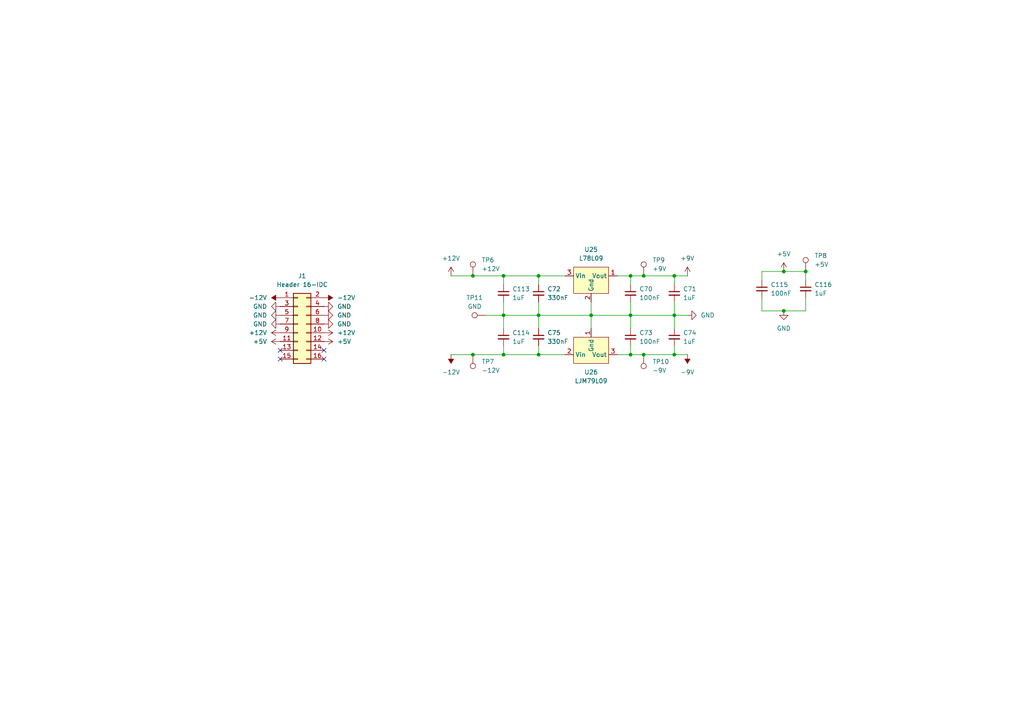
<source format=kicad_sch>
(kicad_sch (version 20250114) (generator "eeschema") (generator_version "9.0")
  (paper "A4")
  (title_block (title "Solid State Scanner Vibrato") (date "2024-10-27") (company "Osprey Instruments"))
  (lib_symbols
    (symbol "Connector:TestPoint" (pin_numbers (hide yes)) (pin_names (offset 0.762) (hide yes))
      (property "Reference" "TP" (at 0 6.858 0))
      (property "Value" "TestPoint" (at 0 5.08 0))
      (symbol "TestPoint_0_1"
        (circle (center 0 3.302) (radius 0.762))
      )
      (symbol "TestPoint_1_1"
        (pin passive line (at 0 0 90) (length 2.54) (name "1") (number "1"))
      )
    )
    (symbol "Connector_Generic:Conn_02x08_Odd_Even" (pin_names (offset 1.016) (hide yes))
      (property "Reference" "J" (at 1.27 10.16 0))
      (property "Value" "Conn_02x08_Odd_Even" (at 1.27 -12.7 0))
      (symbol "Conn_02x08_Odd_Even_1_1"
        (rectangle (start -1.27 8.89) (end 3.81 -11.43) (stroke (width 0.254)) (fill (type background)))
        (rectangle (start -1.27 7.747) (end 0 7.493) (stroke (width 0.1524)))
        (rectangle (start -1.27 5.207) (end 0 4.953) (stroke (width 0.1524)))
        (rectangle (start -1.27 2.667) (end 0 2.413) (stroke (width 0.1524)))
        (rectangle (start -1.27 0.127) (end 0 -0.127) (stroke (width 0.1524)))
        (rectangle (start -1.27 -2.413) (end 0 -2.667) (stroke (width 0.1524)))
        (rectangle (start -1.27 -4.953) (end 0 -5.207) (stroke (width 0.1524)))
        (rectangle (start -1.27 -7.493) (end 0 -7.747) (stroke (width 0.1524)))
        (rectangle (start -1.27 -10.033) (end 0 -10.287) (stroke (width 0.1524)))
        (rectangle (start 3.81 7.747) (end 2.54 7.493) (stroke (width 0.1524)))
        (rectangle (start 3.81 5.207) (end 2.54 4.953) (stroke (width 0.1524)))
        (rectangle (start 3.81 2.667) (end 2.54 2.413) (stroke (width 0.1524)))
        (rectangle (start 3.81 0.127) (end 2.54 -0.127) (stroke (width 0.1524)))
        (rectangle (start 3.81 -2.413) (end 2.54 -2.667) (stroke (width 0.1524)))
        (rectangle (start 3.81 -4.953) (end 2.54 -5.207) (stroke (width 0.1524)))
        (rectangle (start 3.81 -7.493) (end 2.54 -7.747) (stroke (width 0.1524)))
        (rectangle (start 3.81 -10.033) (end 2.54 -10.287) (stroke (width 0.1524)))
        (pin passive line (at -5.08 7.62 0) (length 3.81) (name "Pin_1") (number "1"))
        (pin passive line (at -5.08 5.08 0) (length 3.81) (name "Pin_3") (number "3"))
        (pin passive line (at -5.08 2.54 0) (length 3.81) (name "Pin_5") (number "5"))
        (pin passive line (at -5.08 0 0) (length 3.81) (name "Pin_7") (number "7"))
        (pin passive line (at -5.08 -2.54 0) (length 3.81) (name "Pin_9") (number "9"))
        (pin passive line (at -5.08 -5.08 0) (length 3.81) (name "Pin_11") (number "11"))
        (pin passive line (at -5.08 -7.62 0) (length 3.81) (name "Pin_13") (number "13"))
        (pin passive line (at -5.08 -10.16 0) (length 3.81) (name "Pin_15") (number "15"))
        (pin passive line (at 7.62 7.62 180) (length 3.81) (name "Pin_2") (number "2"))
        (pin passive line (at 7.62 5.08 180) (length 3.81) (name "Pin_4") (number "4"))
        (pin passive line (at 7.62 2.54 180) (length 3.81) (name "Pin_6") (number "6"))
        (pin passive line (at 7.62 0 180) (length 3.81) (name "Pin_8") (number "8"))
        (pin passive line (at 7.62 -2.54 180) (length 3.81) (name "Pin_10") (number "10"))
        (pin passive line (at 7.62 -5.08 180) (length 3.81) (name "Pin_12") (number "12"))
        (pin passive line (at 7.62 -7.62 180) (length 3.81) (name "Pin_14") (number "14"))
        (pin passive line (at 7.62 -10.16 180) (length 3.81) (name "Pin_16") (number "16"))
      )
    )
    (symbol "Device:C_Small" (pin_numbers (hide yes)) (pin_names (offset 0.254) (hide yes))
      (property "Reference" "C" (at 0.254 1.778 0))
      (property "Value" "C_Small" (at 0.254 -2.032 0))
      (symbol "C_Small_0_1"
        (polyline (pts (xy -1.524 0.508) (xy 1.524 0.508)) (stroke (width 0.3048)))
        (polyline (pts (xy -1.524 -0.508) (xy 1.524 -0.508)) (stroke (width 0.3302)))
      )
      (symbol "C_Small_1_1"
        (pin passive line (at 0 2.54 270) (length 2.032) (name "~") (number "1"))
        (pin passive line (at 0 -2.54 90) (length 2.032) (name "~") (number "2"))
      )
    )
    (symbol "OspreyIntruments:L78L09"
      (property "Reference" "U" (at 0.508 3.302 0))
      (property "Value" "L78L09" (at 3.302 1.27 0))
      (symbol "L78L09_1_1"
        (rectangle (start 0 0) (end 10.16 -7.62) (fill (type background)))
        (pin input line (at -2.54 -2.54 0) (length 2.54) (name "Vin") (number "3"))
        (pin power_in line (at 5.08 -10.16 90) (length 2.54) (name "Gnd") (number "2"))
        (pin output line (at 12.7 -2.54 180) (length 2.54) (name "Vout") (number "1"))
      )
    )
    (symbol "OspreyIntruments:NJM79L09"
      (property "Reference" "U" (at 0.508 -8.89 0))
      (property "Value" "LJM79L09" (at 4.572 -10.668 0))
      (symbol "NJM79L09_1_1"
        (rectangle (start 0 0) (end 10.16 -7.62) (fill (type background)))
        (pin input line (at -2.54 -5.08 0) (length 2.54) (name "Vin") (number "2"))
        (pin power_in line (at 5.08 2.54 270) (length 2.54) (name "Gnd") (number "1"))
        (pin output line (at 12.7 -5.08 180) (length 2.54) (name "Vout") (number "3"))
      )
    )
    (symbol "power:+12V" (power) (pin_numbers (hide yes)) (pin_names (offset 0) (hide yes))
      (property "Value" "+12V" (at 0 3.556 0))
      (symbol "+12V_0_1"
        (polyline (pts (xy -0.762 1.27) (xy 0 2.54)))
        (polyline (pts (xy 0 2.54) (xy 0.762 1.27)))
        (polyline (pts (xy 0 0) (xy 0 2.54)))
      )
      (symbol "+12V_1_1"
        (pin power_in line (at 0 0 90) (length 0) (name "~") (number "1"))
      )
    )
    (symbol "power:+5V" (power) (pin_numbers (hide yes)) (pin_names (offset 0) (hide yes))
      (property "Value" "+5V" (at 0 3.556 0))
      (symbol "+5V_0_1"
        (polyline (pts (xy -0.762 1.27) (xy 0 2.54)))
        (polyline (pts (xy 0 2.54) (xy 0.762 1.27)))
        (polyline (pts (xy 0 0) (xy 0 2.54)))
      )
      (symbol "+5V_1_1"
        (pin power_in line (at 0 0 90) (length 0) (name "~") (number "1"))
      )
    )
    (symbol "power:+9V" (power) (pin_numbers (hide yes)) (pin_names (offset 0) (hide yes))
      (property "Value" "+9V" (at 0 3.556 0))
      (symbol "+9V_0_1"
        (polyline (pts (xy -0.762 1.27) (xy 0 2.54)))
        (polyline (pts (xy 0 2.54) (xy 0.762 1.27)))
        (polyline (pts (xy 0 0) (xy 0 2.54)))
      )
      (symbol "+9V_1_1"
        (pin power_in line (at 0 0 90) (length 0) (name "~") (number "1"))
      )
    )
    (symbol "power:-12V" (power) (pin_numbers (hide yes)) (pin_names (offset 0) (hide yes))
      (property "Value" "-12V" (at 0 3.556 0))
      (symbol "-12V_0_0"
        (pin power_in line (at 0 0 90) (length 0) (name "~") (number "1"))
      )
      (symbol "-12V_0_1"
        (polyline (pts (xy 0 0) (xy 0 1.27) (xy 0.762 1.27) (xy 0 2.54) (xy -0.762 1.27) (xy 0 1.27)) (fill (type outline)))
      )
    )
    (symbol "power:-9V" (power) (pin_numbers (hide yes)) (pin_names (offset 0) (hide yes))
      (property "Value" "-9V" (at 0 3.556 0))
      (symbol "-9V_0_1"
        (polyline (pts (xy 0 0) (xy 0 2.54)))
        (polyline (pts (xy 0.762 1.27) (xy -0.762 1.27) (xy 0 2.54) (xy 0.762 1.27)) (fill (type outline)))
      )
      (symbol "-9V_1_1"
        (pin power_in line (at 0 0 90) (length 0) (name "~") (number "1"))
      )
    )
    (symbol "power:GND" (power) (pin_numbers (hide yes)) (pin_names (offset 0) (hide yes))
      (property "Value" "GND" (at 0 -3.81 0))
      (symbol "GND_0_1"
        (polyline (pts (xy 0 0) (xy 0 -1.27) (xy 1.27 -1.27) (xy 0 -2.54) (xy -1.27 -1.27) (xy 0 -1.27)))
      )
      (symbol "GND_1_1"
        (pin power_in line (at 0 0 270) (length 0) (name "~") (number "1"))
      )
    )
  )
  (junction (at 182.88 102.87))
  (junction (at 186.69 80.01))
  (junction (at 233.68 78.74))
  (junction (at 156.21 102.87))
  (junction (at 171.45 91.44))
  (junction (at 227.33 90.17))
  (junction (at 182.88 91.44))
  (junction (at 156.21 80.01))
  (junction (at 186.69 102.87))
  (junction (at 195.58 91.44))
  (junction (at 146.05 80.01))
  (junction (at 146.05 91.44))
  (junction (at 137.16 80.01))
  (junction (at 146.05 102.87))
  (junction (at 156.21 91.44))
  (junction (at 195.58 102.87))
  (junction (at 195.58 80.01))
  (junction (at 137.16 102.87))
  (junction (at 182.88 80.01))
  (junction (at 227.33 78.74))
  (no_connect (at 81.28 104.14))
  (no_connect (at 93.98 104.14))
  (no_connect (at 81.28 101.6))
  (no_connect (at 93.98 101.6))
  (wire (pts (xy 156.21 80.01) (xy 156.21 82.55)))
  (wire (pts (xy 195.58 80.01) (xy 199.39 80.01)))
  (wire (pts (xy 182.88 102.87) (xy 182.88 100.33)))
  (wire (pts (xy 156.21 80.01) (xy 163.83 80.01)))
  (wire (pts (xy 171.45 91.44) (xy 182.88 91.44)))
  (wire (pts (xy 156.21 102.87) (xy 156.21 100.33)))
  (wire (pts (xy 146.05 100.33) (xy 146.05 102.87)))
  (wire (pts (xy 220.98 81.28) (xy 220.98 78.74)))
  (wire (pts (xy 220.98 90.17) (xy 227.33 90.17)))
  (wire (pts (xy 233.68 78.74) (xy 227.33 78.74)))
  (wire (pts (xy 179.07 80.01) (xy 182.88 80.01)))
  (wire (pts (xy 137.16 102.87) (xy 146.05 102.87)))
  (wire (pts (xy 156.21 91.44) (xy 156.21 95.25)))
  (wire (pts (xy 233.68 81.28) (xy 233.68 78.74)))
  (wire (pts (xy 130.81 102.87) (xy 137.16 102.87)))
  (wire (pts (xy 182.88 91.44) (xy 182.88 95.25)))
  (wire (pts (xy 130.81 80.01) (xy 137.16 80.01)))
  (wire (pts (xy 156.21 87.63) (xy 156.21 91.44)))
  (wire (pts (xy 146.05 102.87) (xy 156.21 102.87)))
  (wire (pts (xy 220.98 78.74) (xy 227.33 78.74)))
  (wire (pts (xy 195.58 91.44) (xy 195.58 95.25)))
  (wire (pts (xy 156.21 91.44) (xy 171.45 91.44)))
  (wire (pts (xy 182.88 87.63) (xy 182.88 91.44)))
  (wire (pts (xy 182.88 80.01) (xy 186.69 80.01)))
  (wire (pts (xy 195.58 87.63) (xy 195.58 91.44)))
  (wire (pts (xy 186.69 80.01) (xy 195.58 80.01)))
  (wire (pts (xy 233.68 86.36) (xy 233.68 90.17)))
  (wire (pts (xy 137.16 80.01) (xy 146.05 80.01)))
  (wire (pts (xy 171.45 87.63) (xy 171.45 91.44)))
  (wire (pts (xy 146.05 91.44) (xy 146.05 95.25)))
  (wire (pts (xy 195.58 102.87) (xy 195.58 100.33)))
  (wire (pts (xy 182.88 80.01) (xy 182.88 82.55)))
  (wire (pts (xy 146.05 80.01) (xy 146.05 82.55)))
  (wire (pts (xy 199.39 102.87) (xy 195.58 102.87)))
  (wire (pts (xy 233.68 90.17) (xy 227.33 90.17)))
  (wire (pts (xy 146.05 80.01) (xy 156.21 80.01)))
  (wire (pts (xy 156.21 102.87) (xy 163.83 102.87)))
  (wire (pts (xy 195.58 80.01) (xy 195.58 82.55)))
  (wire (pts (xy 140.97 91.44) (xy 146.05 91.44)))
  (wire (pts (xy 186.69 102.87) (xy 195.58 102.87)))
  (wire (pts (xy 171.45 91.44) (xy 171.45 95.25)))
  (wire (pts (xy 195.58 91.44) (xy 199.39 91.44)))
  (wire (pts (xy 182.88 91.44) (xy 195.58 91.44)))
  (wire (pts (xy 220.98 86.36) (xy 220.98 90.17)))
  (wire (pts (xy 146.05 91.44) (xy 156.21 91.44)))
  (wire (pts (xy 146.05 87.63) (xy 146.05 91.44)))
  (wire (pts (xy 182.88 102.87) (xy 186.69 102.87)))
  (wire (pts (xy 179.07 102.87) (xy 182.88 102.87)))
  (symbol (lib_id "OspreyIntruments:NJM79L09") (at 166.37 97.79 0) (unit 1)
    (property "Reference" "U26" (at 171.45 107.95 0))
    (property "Value" "LJM79L09" (at 171.45 110.49 0))
    (property "Footprint" "Package_TO_SOT_SMD:SOT-89-3" (effects (hide yes)))
    (property "Datasheet" "https://www.nisshinbo-microdevices.co.jp/en/pdf/datasheet/NJM79L00S_E.pdf" (effects (hide yes)))
    (property "Description" "IC REG LINEAR -9V 100MA SOT89-3" (effects (hide yes)))
    (property "Manufacturer" "Nisshinbo Micro Devices Inc." (effects (hide yes)))
    (property "Part Number" "NJM79L09SU3-TE1" (effects (hide yes)))
  )
  (symbol (lib_id "Device:C_Small") (at 156.21 85.09 0) (unit 1)
    (property "Reference" "C72" (at 158.75 83.8262 0) (effects (justify left)))
    (property "Value" "330nF" (at 158.75 86.3662 0) (effects (justify left)))
    (property "Footprint" "Capacitor_SMD:C_0805_2012Metric" (effects (hide yes)))
    (property "Description" "Unpolarized capacitor, small symbol" (effects (hide yes)))
  )
  (symbol (lib_id "power:GND") (at 199.39 91.44 90) (unit 1)
    (property "Reference" "#PWR094" (effects (hide yes)))
    (property "Value" "GND" (at 203.2 91.4399 90) (effects (justify right)))
    (property "Description" "Power symbol creates a global label with name \"GND\" , ground" (effects (hide yes)))
  )
  (symbol (lib_id "Device:C_Small") (at 182.88 97.79 0) (unit 1)
    (property "Reference" "C73" (at 185.42 96.5262 0) (effects (justify left)))
    (property "Value" "100nF" (at 185.42 99.0662 0) (effects (justify left)))
    (property "Footprint" "Capacitor_SMD:C_0603_1608Metric" (effects (hide yes)))
    (property "Description" "Unpolarized capacitor, small symbol" (effects (hide yes)))
  )
  (symbol (lib_id "power:+5V") (at 227.33 78.74 0) (unit 1)
    (property "Reference" "#PWR0209" (effects (hide yes)))
    (property "Value" "+5V" (at 227.33 73.66 0))
    (property "Description" "Power symbol creates a global label with name \"+5V\"" (effects (hide yes)))
  )
  (symbol (lib_id "power:-12V") (at 93.98 86.36 270) (unit 1)
    (property "Reference" "#PWR097" (effects (hide yes)))
    (property "Value" "-12V" (at 97.79 86.3599 90) (effects (justify left)))
    (property "Description" "Power symbol creates a global label with name \"-12V\"" (effects (hide yes)))
  )
  (symbol (lib_id "power:GND") (at 93.98 93.98 90) (unit 1)
    (property "Reference" "#PWR0101" (effects (hide yes)))
    (property "Value" "GND" (at 97.79 93.9799 90) (effects (justify right)))
    (property "Description" "Power symbol creates a global label with name \"GND\" , ground" (effects (hide yes)))
  )
  (symbol (lib_id "Device:C_Small") (at 146.05 85.09 0) (unit 1)
    (property "Reference" "C113" (at 148.59 83.8262 0) (effects (justify left)))
    (property "Value" "1uF" (at 148.59 86.3662 0) (effects (justify left)))
    (property "Footprint" "Capacitor_SMD:C_0805_2012Metric" (effects (hide yes)))
    (property "Description" "Unpolarized capacitor, small symbol" (effects (hide yes)))
  )
  (symbol (lib_id "OspreyIntruments:L78L09") (at 166.37 77.47 0) (unit 1)
    (property "Reference" "U25" (at 171.45 72.39 0))
    (property "Value" "L78L09" (at 171.45 74.93 0))
    (property "Footprint" "Package_TO_SOT_SMD:SOT-89-3" (effects (hide yes)))
    (property "Datasheet" "https://www.st.com/resource/en/datasheet/l78l.pdf" (effects (hide yes)))
    (property "Description" "IC REG LINEAR 9V 100MA SOT89-3" (effects (hide yes)))
    (property "Manufacturer" "STMicroelectronics" (effects (hide yes)))
    (property "Part Number" "L78L09ACUTR" (effects (hide yes)))
  )
  (symbol (lib_id "power:GND") (at 227.33 90.17 0) (unit 1)
    (property "Reference" "#PWR0210" (effects (hide yes)))
    (property "Value" "GND" (at 227.33 95.25 0))
    (property "Description" "Power symbol creates a global label with name \"GND\" , ground" (effects (hide yes)))
  )
  (symbol (lib_id "Device:C_Small") (at 233.68 83.82 0) (unit 1)
    (property "Reference" "C116" (at 236.22 82.5562 0) (effects (justify left)))
    (property "Value" "1uF" (at 236.22 85.0962 0) (effects (justify left)))
    (property "Footprint" "Capacitor_SMD:C_0805_2012Metric" (effects (hide yes)))
    (property "Description" "Unpolarized capacitor, small symbol" (effects (hide yes)))
  )
  (symbol (lib_id "power:GND") (at 81.28 88.9 270) (unit 1)
    (property "Reference" "#PWR0102" (effects (hide yes)))
    (property "Value" "GND" (at 77.47 88.8999 90) (effects (justify right)))
    (property "Description" "Power symbol creates a global label with name \"GND\" , ground" (effects (hide yes)))
  )
  (symbol (lib_id "power:GND") (at 81.28 93.98 270) (unit 1)
    (property "Reference" "#PWR0104" (effects (hide yes)))
    (property "Value" "GND" (at 77.47 93.9799 90) (effects (justify right)))
    (property "Description" "Power symbol creates a global label with name \"GND\" , ground" (effects (hide yes)))
  )
  (symbol (lib_id "Connector:TestPoint") (at 186.69 102.87 180) (unit 1)
    (property "Reference" "TP10" (at 189.23 104.9019 0) (effects (justify right)))
    (property "Value" "-9V" (at 189.23 107.4419 0) (effects (justify right)))
    (property "Footprint" "Osprey:5016" (effects (hide yes)))
    (property "Datasheet" "https://www.keyelco.com/userAssets/file/M65p55.pdf" (effects (hide yes)))
    (property "Description" "test point" (effects (hide yes)))
    (property "Manufacturer" "Keystone Electronics" (effects (hide yes)))
    (property "Part Number" "5016" (effects (hide yes)))
  )
  (symbol (lib_id "power:+5V") (at 81.28 99.06 90) (unit 1)
    (property "Reference" "#PWR0108" (effects (hide yes)))
    (property "Value" "+5V" (at 77.47 99.0599 90) (effects (justify left)))
    (property "Description" "Power symbol creates a global label with name \"+5V\"" (effects (hide yes)))
  )
  (symbol (lib_id "Device:C_Small") (at 195.58 85.09 0) (unit 1)
    (property "Reference" "C71" (at 198.12 83.8262 0) (effects (justify left)))
    (property "Value" "1uF" (at 198.12 86.3662 0) (effects (justify left)))
    (property "Footprint" "Capacitor_SMD:C_0805_2012Metric" (effects (hide yes)))
    (property "Description" "Unpolarized capacitor, small symbol" (effects (hide yes)))
  )
  (symbol (lib_id "Device:C_Small") (at 146.05 97.79 0) (unit 1)
    (property "Reference" "C114" (at 148.59 96.5262 0) (effects (justify left)))
    (property "Value" "1uF" (at 148.59 99.0662 0) (effects (justify left)))
    (property "Footprint" "Capacitor_SMD:C_0805_2012Metric" (effects (hide yes)))
    (property "Description" "Unpolarized capacitor, small symbol" (effects (hide yes)))
  )
  (symbol (lib_id "power:+12V") (at 81.28 96.52 90) (unit 1)
    (property "Reference" "#PWR0106" (effects (hide yes)))
    (property "Value" "+12V" (at 77.47 96.5199 90) (effects (justify left)))
    (property "Description" "Power symbol creates a global label with name \"+12V\"" (effects (hide yes)))
  )
  (symbol (lib_id "Device:C_Small") (at 182.88 85.09 0) (unit 1)
    (property "Reference" "C70" (at 185.42 83.8262 0) (effects (justify left)))
    (property "Value" "100nF" (at 185.42 86.3662 0) (effects (justify left)))
    (property "Footprint" "Capacitor_SMD:C_0603_1608Metric" (effects (hide yes)))
    (property "Description" "Unpolarized capacitor, small symbol" (effects (hide yes)))
  )
  (symbol (lib_id "power:+12V") (at 130.81 80.01 0) (unit 1)
    (property "Reference" "#PWR018" (effects (hide yes)))
    (property "Value" "+12V" (at 130.81 74.93 0))
    (property "Description" "Power symbol creates a global label with name \"+12V\"" (effects (hide yes)))
  )
  (symbol (lib_id "power:-12V") (at 81.28 86.36 90) (unit 1)
    (property "Reference" "#PWR098" (effects (hide yes)))
    (property "Value" "-12V" (at 77.47 86.3599 90) (effects (justify left)))
    (property "Description" "Power symbol creates a global label with name \"-12V\"" (effects (hide yes)))
  )
  (symbol (lib_id "Device:C_Small") (at 220.98 83.82 0) (unit 1)
    (property "Reference" "C115" (at 223.52 82.5562 0) (effects (justify left)))
    (property "Value" "100nF" (at 223.52 85.0962 0) (effects (justify left)))
    (property "Footprint" "Capacitor_SMD:C_0603_1608Metric" (effects (hide yes)))
    (property "Description" "Unpolarized capacitor, small symbol" (effects (hide yes)))
  )
  (symbol (lib_id "power:-12V") (at 130.81 102.87 180) (unit 1)
    (property "Reference" "#PWR019" (effects (hide yes)))
    (property "Value" "-12V" (at 130.81 107.95 0))
    (property "Description" "Power symbol creates a global label with name \"-12V\"" (effects (hide yes)))
  )
  (symbol (lib_id "power:GND") (at 93.98 91.44 90) (unit 1)
    (property "Reference" "#PWR0100" (effects (hide yes)))
    (property "Value" "GND" (at 97.79 91.4399 90) (effects (justify right)))
    (property "Description" "Power symbol creates a global label with name \"GND\" , ground" (effects (hide yes)))
  )
  (symbol (lib_id "Connector:TestPoint") (at 233.68 78.74 0) (unit 1)
    (property "Reference" "TP8" (at 236.22 74.1679 0) (effects (justify left)))
    (property "Value" "+5V" (at 236.22 76.7079 0) (effects (justify left)))
    (property "Footprint" "Osprey:5016" (effects (hide yes)))
    (property "Datasheet" "https://www.keyelco.com/userAssets/file/M65p55.pdf" (effects (hide yes)))
    (property "Description" "test point" (effects (hide yes)))
    (property "Manufacturer" "Keystone Electronics" (effects (hide yes)))
    (property "Part Number" "5016" (effects (hide yes)))
  )
  (symbol (lib_id "power:+9V") (at 199.39 80.01 0) (unit 1)
    (property "Reference" "#PWR095" (effects (hide yes)))
    (property "Value" "+9V" (at 199.39 74.93 0))
    (property "Description" "Power symbol creates a global label with name \"+9V\"" (effects (hide yes)))
  )
  (symbol (lib_id "Connector:TestPoint") (at 137.16 80.01 0) (unit 1)
    (property "Reference" "TP6" (at 139.7 75.4379 0) (effects (justify left)))
    (property "Value" "+12V" (at 139.7 77.9779 0) (effects (justify left)))
    (property "Footprint" "Osprey:5016" (effects (hide yes)))
    (property "Datasheet" "https://www.keyelco.com/userAssets/file/M65p55.pdf" (effects (hide yes)))
    (property "Description" "test point" (effects (hide yes)))
    (property "Manufacturer" "Keystone Electronics" (effects (hide yes)))
    (property "Part Number" "5016" (effects (hide yes)))
  )
  (symbol (lib_id "Connector:TestPoint") (at 186.69 80.01 0) (unit 1)
    (property "Reference" "TP9" (at 189.23 75.4379 0) (effects (justify left)))
    (property "Value" "+9V" (at 189.23 77.9779 0) (effects (justify left)))
    (property "Footprint" "Osprey:5016" (effects (hide yes)))
    (property "Datasheet" "https://www.keyelco.com/userAssets/file/M65p55.pdf" (effects (hide yes)))
    (property "Description" "test point" (effects (hide yes)))
    (property "Manufacturer" "Keystone Electronics" (effects (hide yes)))
    (property "Part Number" "5016" (effects (hide yes)))
  )
  (symbol (lib_id "power:GND") (at 93.98 88.9 90) (unit 1)
    (property "Reference" "#PWR099" (effects (hide yes)))
    (property "Value" "GND" (at 97.79 88.8999 90) (effects (justify right)))
    (property "Description" "Power symbol creates a global label with name \"GND\" , ground" (effects (hide yes)))
  )
  (symbol (lib_id "Connector:TestPoint") (at 137.16 102.87 180) (unit 1)
    (property "Reference" "TP7" (at 139.7 104.9019 0) (effects (justify right)))
    (property "Value" "-12V" (at 139.7 107.4419 0) (effects (justify right)))
    (property "Footprint" "Osprey:5016" (effects (hide yes)))
    (property "Datasheet" "https://www.keyelco.com/userAssets/file/M65p55.pdf" (effects (hide yes)))
    (property "Description" "test point" (effects (hide yes)))
    (property "Manufacturer" "Keystone Electronics" (effects (hide yes)))
    (property "Part Number" "5016" (effects (hide yes)))
  )
  (symbol (lib_id "Connector:TestPoint") (at 140.97 91.44 90) (unit 1)
    (property "Reference" "TP11" (at 137.668 86.36 90))
    (property "Value" "GND" (at 137.668 88.9 90))
    (property "Footprint" "Osprey:5016" (effects (hide yes)))
    (property "Datasheet" "https://www.keyelco.com/userAssets/file/M65p55.pdf" (effects (hide yes)))
    (property "Description" "test point" (effects (hide yes)))
    (property "Manufacturer" "Keystone Electronics" (effects (hide yes)))
    (property "Part Number" "5016" (effects (hide yes)))
  )
  (symbol (lib_id "power:+5V") (at 93.98 99.06 270) (unit 1)
    (property "Reference" "#PWR0107" (effects (hide yes)))
    (property "Value" "+5V" (at 97.79 99.0599 90) (effects (justify left)))
    (property "Description" "Power symbol creates a global label with name \"+5V\"" (effects (hide yes)))
  )
  (symbol (lib_id "power:GND") (at 81.28 91.44 270) (unit 1)
    (property "Reference" "#PWR0103" (effects (hide yes)))
    (property "Value" "GND" (at 77.47 91.4399 90) (effects (justify right)))
    (property "Description" "Power symbol creates a global label with name \"GND\" , ground" (effects (hide yes)))
  )
  (symbol (lib_id "Connector_Generic:Conn_02x08_Odd_Even") (at 86.36 93.98 0) (unit 1)
    (property "Reference" "J1" (at 87.63 80.01 0))
    (property "Value" "Header 16-IDC" (at 87.63 82.55 0))
    (property "Footprint" "Connector_IDC:IDC-Header_2x08_P2.54mm_Vertical_SMD" (effects (hide yes)))
    (property "Description" "Generic connector, double row, 02x08, odd/even pin numbering scheme (row 1 odd numbers, row 2 even numbers), script generated (kicad-library-utils/schlib/autogen/connector/)" (effects (hide yes)))
    (property "Manufacturer" "CNC Tech" (effects (hide yes)))
    (property "Part Number" "3020-16-0300-00" (effects (hide yes)))
  )
  (symbol (lib_id "power:+12V") (at 93.98 96.52 270) (unit 1)
    (property "Reference" "#PWR0105" (effects (hide yes)))
    (property "Value" "+12V" (at 97.79 96.5199 90) (effects (justify left)))
    (property "Description" "Power symbol creates a global label with name \"+12V\"" (effects (hide yes)))
  )
  (symbol (lib_id "Device:C_Small") (at 195.58 97.79 0) (unit 1)
    (property "Reference" "C74" (at 198.12 96.5262 0) (effects (justify left)))
    (property "Value" "1uF" (at 198.12 99.0662 0) (effects (justify left)))
    (property "Footprint" "Capacitor_SMD:C_0805_2012Metric" (effects (hide yes)))
    (property "Description" "Unpolarized capacitor, small symbol" (effects (hide yes)))
  )
  (symbol (lib_id "Device:C_Small") (at 156.21 97.79 0) (unit 1)
    (property "Reference" "C75" (at 158.75 96.5262 0) (effects (justify left)))
    (property "Value" "330nF" (at 158.75 99.0662 0) (effects (justify left)))
    (property "Footprint" "Capacitor_SMD:C_0805_2012Metric" (effects (hide yes)))
    (property "Description" "Unpolarized capacitor, small symbol" (effects (hide yes)))
  )
  (symbol (lib_id "power:-9V") (at 199.39 102.87 180) (unit 1)
    (property "Reference" "#PWR096" (effects (hide yes)))
    (property "Value" "-9V" (at 199.39 107.95 0))
    (property "Description" "Power symbol creates a global label with name \"-9V\"" (effects (hide yes)))
  )
)
</source>
